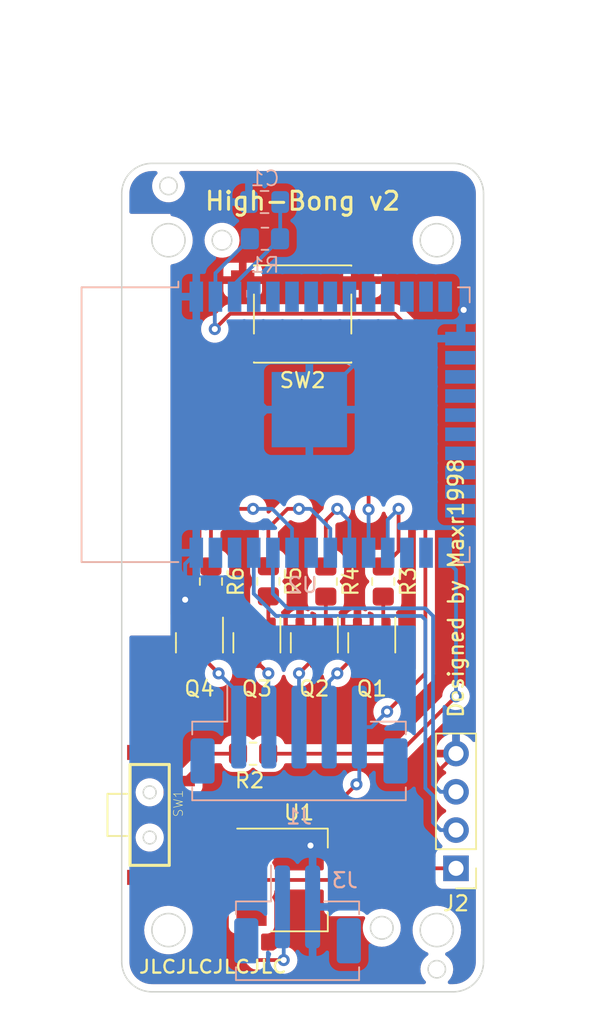
<source format=kicad_pcb>
(kicad_pcb (version 20211014) (generator pcbnew)
  (layers (0 "F.Cu" signal) (31 "B.Cu" signal) (34 "B.Paste" user) (35 "F.Paste" user) (36 "B.SilkS" user "B.Silkscreen") (37 "F.SilkS" user "F.Silkscreen") (38 "B.Mask" user) (39 "F.Mask" user) (44 "Edge.Cuts" user))
  (net 0 "")
  (net 1 "Net-(C1-Pad1)")
  (net 2 "GND")
  (net 3 "Net-(J2-Pad3)")
  (net 4 "Net-(R2-Pad1)")
  (net 5 "Net-(R2-Pad2)")
  (net 6 "Net-(R3-Pad1)")
  (net 7 "VCC")
  (net 8 "Net-(J1-Pad1)")
  (net 9 "Net-(R4-Pad1)")
  (net 10 "+5V")
  (net 31 "Net-(J1-Pad2)")
  (net 33 "Net-(J1-Pad3)")
  (net 38 "Net-(J1-Pad4)")
  (net 39 "Net-(J2-Pad2)")
  (net 40 "Net-(Q1-Pad1)")
  (net 41 "Net-(Q2-Pad1)")
  (net 42 "Net-(Q3-Pad1)")
  (net 43 "Net-(Q4-Pad1)")
  (net 44 "Net-(SW2-Pad1)")
  (net 45 "Net-(R5-Pad1)")
  (net 46 "Net-(R6-Pad1)")
  (footprint "Resistor_SMD:R_0805_2012Metric_Pad1.20x1.40mm_HandSolder" (layer "F.Cu") (at 108.712 139.192)
    (fp_text reference "R2" (at -0.227064 1.778) (layer "F.SilkS"))
    (fp_text value "10K")
    (fp_line (start -0.227064 -0.735) (end 0.227064 -0.735) (layer "F.SilkS") (width 0.12))
    (fp_line (start -0.227064 0.735) (end 0.227064 0.735) (layer "F.SilkS") (width 0.12))
    (pad "1" smd roundrect (at -1 0) (size 1.2 1.4) (layers "F.Cu" "F.Paste" "F.Mask") (roundrect_rratio 0.2083333333) (net 4 "Net-(R2-Pad1)"))
    (pad "2" smd roundrect (at 1 0) (size 1.2 1.4) (layers "F.Cu" "F.Paste" "F.Mask") (roundrect_rratio 0.2083333333) (net 5 "Net-(R2-Pad2)"))
  )
  (footprint "Connector_PinHeader_2.54mm:PinHeader_1x04_P2.54mm_Vertical" (layer "F.Cu") (at 122.174 146.802 180)
    (fp_text reference "J2" (at 0 -2.33) (layer "F.SilkS"))
    (fp_text value "Programming header")
    (fp_line (start -1.33 -1.33) (end 0 -1.33) (layer "F.SilkS") (width 0.12))
    (fp_line (start -1.33 8.95) (end 1.33 8.95) (layer "F.SilkS") (width 0.12))
    (fp_line (start -1.33 0) (end -1.33 -1.33) (layer "F.SilkS") (width 0.12))
    (fp_line (start -1.33 1.27) (end 1.33 1.27) (layer "F.SilkS") (width 0.12))
    (fp_line (start -1.33 1.27) (end -1.33 8.95) (layer "F.SilkS") (width 0.12))
    (fp_line (start 1.33 1.27) (end 1.33 8.95) (layer "F.SilkS") (width 0.12))
    (pad "1" thru_hole rect (at 0 0 180) (size 1.7 1.7) (drill 1) (layers *.Cu *.Mask) (net 7 "VCC"))
    (pad "2" thru_hole oval (at 0 2.54 180) (size 1.7 1.7) (drill 1) (layers *.Cu *.Mask) (net 39 "Net-(J2-Pad2)"))
    (pad "3" thru_hole oval (at 0 5.08 180) (size 1.7 1.7) (drill 1) (layers *.Cu *.Mask) (net 3 "Net-(J2-Pad3)"))
    (pad "4" thru_hole oval (at 0 7.62 180) (size 1.7 1.7) (drill 1) (layers *.Cu *.Mask) (net 2 "GND"))
  )
  (footprint "Package_TO_SOT_SMD:SOT-23" (layer "F.Cu") (at 108.966 131.826 -90)
    (fp_text reference "Q3" (at 3.048 0 180) (layer "F.SilkS"))
    (fp_text value "BC817")
    (fp_line (start 0 -1.56) (end 0.65 -1.56) (layer "F.SilkS") (width 0.12))
    (fp_line (start 0 1.56) (end 0.65 1.56) (layer "F.SilkS") (width 0.12))
    (fp_line (start 0 1.56) (end -0.65 1.56) (layer "F.SilkS") (width 0.12))
    (fp_line (start 0 -1.56) (end -1.675 -1.56) (layer "F.SilkS") (width 0.12))
    (pad "1" smd roundrect (at -0.9375 -0.95 270) (size 1.475 0.6) (layers "F.Cu" "F.Paste" "F.Mask") (net 42 "Net-(Q3-Pad1)"))
    (pad "2" smd roundrect (at -0.9375 0.95 270) (size 1.475 0.6) (layers "F.Cu" "F.Paste" "F.Mask") (net 2 "GND"))
    (pad "3" smd roundrect (at 0.9375 0 270) (size 1.475 0.6) (layers "F.Cu" "F.Paste" "F.Mask") (net 31 "Net-(J1-Pad2)"))
  )
  (footprint "Resistor_SMD:R_0805_2012Metric_Pad1.20x1.40mm_HandSolder" (layer "F.Cu") (at 113.538 127.762 -90)
    (fp_text reference "R4" (at 0 -1.65 90) (layer "F.SilkS"))
    (fp_text value "1k")
    (fp_line (start -0.227064 -0.735) (end 0.227064 -0.735) (layer "F.SilkS") (width 0.12))
    (fp_line (start -0.227064 0.735) (end 0.227064 0.735) (layer "F.SilkS") (width 0.12))
    (pad "1" smd roundrect (at -1 0 270) (size 1.2 1.4) (layers "F.Cu" "F.Paste" "F.Mask") (roundrect_rratio 0.2083333333) (net 9 "Net-(R4-Pad1)"))
    (pad "2" smd roundrect (at 1 0 270) (size 1.2 1.4) (layers "F.Cu" "F.Paste" "F.Mask") (roundrect_rratio 0.2083333333) (net 41 "Net-(Q2-Pad1)"))
  )
  (footprint "Button_Switch_SMD:SW_Push_1P1T_NO_6x6mm_H9.5mm" (layer "F.Cu") (at 112 110 180)
    (fp_text reference "SW2" (at 0 -4.4) (layer "F.SilkS"))
    (fp_text value "Mode Button")
    (fp_line (start -3.23 3.23) (end -3.23 3.2) (layer "F.SilkS") (width 0.12))
    (fp_line (start 3.23 -3.23) (end 3.23 -3.2) (layer "F.SilkS") (width 0.12))
    (fp_line (start 3.23 3.23) (end 3.23 3.2) (layer "F.SilkS") (width 0.12))
    (fp_line (start -3.23 -3.23) (end 3.23 -3.23) (layer "F.SilkS") (width 0.12))
    (fp_line (start -3.23 -3.2) (end -3.23 -3.23) (layer "F.SilkS") (width 0.12))
    (fp_line (start 3.23 -1.3) (end 3.23 1.3) (layer "F.SilkS") (width 0.12))
    (fp_line (start -3.23 -1.3) (end -3.23 1.3) (layer "F.SilkS") (width 0.12))
    (fp_line (start -3.23 3.23) (end 3.23 3.23) (layer "F.SilkS") (width 0.12))
    (pad "1" smd rect locked (at 3.975 -2.25 180) (size 1.55 1.3) (layers "F.Cu" "F.Paste" "F.Mask") (net 44 "Net-(SW2-Pad1)"))
    (pad "1" smd rect locked (at -3.975 -2.25 180) (size 1.55 1.3) (layers "F.Cu" "F.Paste" "F.Mask") (net 44 "Net-(SW2-Pad1)"))
    (pad "2" smd rect locked (at -3.975 2.25 180) (size 1.55 1.3) (layers "F.Cu" "F.Paste" "F.Mask") (net 2 "GND"))
    (pad "2" smd rect locked (at 3.975 2.25 180) (size 1.55 1.3) (layers "F.Cu" "F.Paste" "F.Mask") (net 2 "GND"))
  )
  (footprint "Resistor_SMD:R_0805_2012Metric_Pad1.20x1.40mm_HandSolder" (layer "F.Cu") (at 109.728 127.746 -90)
    (fp_text reference "R5" (at 0 -1.65 90) (layer "F.SilkS"))
    (fp_text value "1k")
    (fp_line (start -0.227064 -0.735) (end 0.227064 -0.735) (layer "F.SilkS") (width 0.12))
    (fp_line (start -0.227064 0.735) (end 0.227064 0.735) (layer "F.SilkS") (width 0.12))
    (pad "1" smd roundrect (at -1 0 270) (size 1.2 1.4) (layers "F.Cu" "F.Paste" "F.Mask") (roundrect_rratio 0.2083333333) (net 45 "Net-(R5-Pad1)"))
    (pad "2" smd roundrect (at 1 0 270) (size 1.2 1.4) (layers "F.Cu" "F.Paste" "F.Mask") (roundrect_rratio 0.2083333333) (net 42 "Net-(Q3-Pad1)"))
  )
  (footprint "Custom:KPS-1290" (layer "F.Cu") (at 101.854 143.256 -90)
    (fp_text reference "SW1" (at -0.762 -1.9 -270) (layer "F.SilkS") (effects (font (size 0.6 0.6) (thickness 0.04))))
    (fp_text value "Bootloader")
    (fp_line (start -3.34772 -1.29794) (end 3.34772 -1.29794) (layer "F.SilkS") (width 0.2032))
    (fp_line (start -3.34772 1.29794) (end -3.34772 -1.29794) (layer "F.SilkS") (width 0.2032))
    (fp_line (start 3.34772 -1.29794) (end 3.34772 1.29794) (layer "F.SilkS") (width 0.2032))
    (fp_line (start -1.39954 2.79908) (end -1.39954 1.4986) (layer "F.SilkS") (width 0.127))
    (fp_line (start 3.34772 1.29794) (end -3.34772 1.29794) (layer "F.SilkS") (width 0.2032))
    (fp_line (start 1.39954 1.4986) (end 1.39954 2.79908) (layer "F.SilkS") (width 0.127))
    (fp_line (start 1.39954 2.79908) (end -1.39954 2.79908) (layer "F.SilkS") (width 0.127))
    (fp_circle (center -1.5 0) (end -1.075 0) (layer "Edge.Cuts") (width 0.1) (fill none))
    (fp_circle (center 1.5 0) (end 1.925 0) (layer "Edge.Cuts") (width 0.1) (fill none))
    (pad "1" smd rect (at -2.2479 -2.2479 270) (size 0.6985 1.4986) (layers "F.Cu" "F.Paste" "F.Mask") (net 4 "Net-(R2-Pad1)"))
    (pad "2" smd rect (at 0.7493 -2.2479 270) (size 0.6985 1.4986) (layers "F.Cu" "F.Paste" "F.Mask") (net 2 "GND"))
    (pad "3" smd rect (at 2.2479 -2.2479 270) (size 0.6985 1.4986) (layers "F.Cu" "F.Paste" "F.Mask"))
    (pad "MP" smd rect (at -4.14782 1.09982 270) (size 0.99822 0.79756) (layers "F.Cu" "F.Paste" "F.Mask"))
    (pad "MP" smd rect (at 4.14782 1.09982 270) (size 0.99822 0.79756) (layers "F.Cu" "F.Paste" "F.Mask"))
    (pad "MP" smd rect (at -4.14782 -1.09982 270) (size 0.99822 0.79756) (layers "F.Cu" "F.Paste" "F.Mask"))
    (pad "MP" smd rect (at 4.14782 -1.09982 270) (size 0.99822 0.79756) (layers "F.Cu" "F.Paste" "F.Mask"))
  )
  (footprint "Resistor_SMD:R_0805_2012Metric_Pad1.20x1.40mm_HandSolder" (layer "F.Cu") (at 105.918 127.762 -90)
    (fp_text reference "R6" (at 0 -1.65 90) (layer "F.SilkS"))
    (fp_text value "1k")
    (fp_line (start -0.227064 -0.735) (end 0.227064 -0.735) (layer "F.SilkS") (width 0.12))
    (fp_line (start -0.227064 0.735) (end 0.227064 0.735) (layer "F.SilkS") (width 0.12))
    (pad "1" smd roundrect (at -1 0 270) (size 1.2 1.4) (layers "F.Cu" "F.Paste" "F.Mask") (roundrect_rratio 0.2083333333) (net 46 "Net-(R6-Pad1)"))
    (pad "2" smd roundrect (at 1 0 270) (size 1.2 1.4) (layers "F.Cu" "F.Paste" "F.Mask") (roundrect_rratio 0.2083333333) (net 43 "Net-(Q4-Pad1)"))
  )
  (footprint "Package_TO_SOT_SMD:SOT-223-3_TabPin2" (layer "F.Cu") (at 111.76 147.574)
    (fp_text reference "U1" (at 0 -4.474 180) (layer "F.SilkS"))
    (fp_text value "AMS1117-3.3")
    (fp_line (start -1.85 3.41) (end 1.91 3.41) (layer "F.SilkS") (width 0.12))
    (fp_line (start -4.1 -3.41) (end 1.91 -3.41) (layer "F.SilkS") (width 0.12))
    (fp_line (start 1.91 -3.41) (end 1.91 -2.15) (layer "F.SilkS") (width 0.12))
    (fp_line (start 1.91 3.41) (end 1.91 2.15) (layer "F.SilkS") (width 0.12))
    (pad "1" smd rect (at -3.15 -2.3) (size 2 1.5) (layers "F.Cu" "F.Paste" "F.Mask") (net 2 "GND"))
    (pad "2" smd rect (at -3.15 0) (size 2 1.5) (layers "F.Cu" "F.Paste" "F.Mask") (net 7 "VCC"))
    (pad "2" smd rect (at 3.15 0) (size 2 3.8) (layers "F.Cu" "F.Paste" "F.Mask") (net 7 "VCC"))
    (pad "3" smd rect (at -3.15 2.3) (size 2 1.5) (layers "F.Cu" "F.Paste" "F.Mask") (net 10 "+5V"))
  )
  (footprint "Package_TO_SOT_SMD:SOT-23" (layer "F.Cu") (at 105.156 131.826 -90)
    (fp_text reference "Q4" (at 3.048 0 180) (layer "F.SilkS"))
    (fp_text value "BC817")
    (fp_line (start 0 1.56) (end 0.65 1.56) (layer "F.SilkS") (width 0.12))
    (fp_line (start 0 -1.56) (end 0.65 -1.56) (layer "F.SilkS") (width 0.12))
    (fp_line (start 0 1.56) (end -0.65 1.56) (layer "F.SilkS") (width 0.12))
    (fp_line (start 0 -1.56) (end -1.675 -1.56) (layer "F.SilkS") (width 0.12))
    (pad "1" smd roundrect (at -0.9375 -0.95 270) (size 1.475 0.6) (layers "F.Cu" "F.Paste" "F.Mask") (net 43 "Net-(Q4-Pad1)"))
    (pad "2" smd roundrect (at -0.9375 0.95 270) (size 1.475 0.6) (layers "F.Cu" "F.Paste" "F.Mask") (net 2 "GND"))
    (pad "3" smd roundrect (at 0.9375 0 270) (size 1.475 0.6) (layers "F.Cu" "F.Paste" "F.Mask") (net 8 "Net-(J1-Pad1)"))
  )
  (footprint "Package_TO_SOT_SMD:SOT-23" (layer "F.Cu") (at 112.776 131.826 -90)
    (fp_text reference "Q2" (at 3.048 0 180) (layer "F.SilkS"))
    (fp_text value "BC817")
    (fp_line (start 0 -1.56) (end -1.675 -1.56) (layer "F.SilkS") (width 0.12))
    (fp_line (start 0 1.56) (end -0.65 1.56) (layer "F.SilkS") (width 0.12))
    (fp_line (start 0 -1.56) (end 0.65 -1.56) (layer "F.SilkS") (width 0.12))
    (fp_line (start 0 1.56) (end 0.65 1.56) (layer "F.SilkS") (width 0.12))
    (pad "1" smd roundrect (at -0.9375 -0.95 270) (size 1.475 0.6) (layers "F.Cu" "F.Paste" "F.Mask") (net 41 "Net-(Q2-Pad1)"))
    (pad "2" smd roundrect (at -0.9375 0.95 270) (size 1.475 0.6) (layers "F.Cu" "F.Paste" "F.Mask") (net 2 "GND"))
    (pad "3" smd roundrect (at 0.9375 0 270) (size 1.475 0.6) (layers "F.Cu" "F.Paste" "F.Mask") (net 33 "Net-(J1-Pad3)"))
  )
  (footprint "Package_TO_SOT_SMD:SOT-23" (layer "F.Cu") (at 116.586 131.826 -90)
    (fp_text reference "Q1" (at 3.048 0 180) (layer "F.SilkS"))
    (fp_text value "BC817")
    (fp_line (start 0 -1.56) (end -1.675 -1.56) (layer "F.SilkS") (width 0.12))
    (fp_line (start 0 -1.56) (end 0.65 -1.56) (layer "F.SilkS") (width 0.12))
    (fp_line (start 0 1.56) (end 0.65 1.56) (layer "F.SilkS") (width 0.12))
    (fp_line (start 0 1.56) (end -0.65 1.56) (layer "F.SilkS") (width 0.12))
    (pad "1" smd roundrect (at -0.9375 -0.95 270) (size 1.475 0.6) (layers "F.Cu" "F.Paste" "F.Mask") (net 40 "Net-(Q1-Pad1)"))
    (pad "2" smd roundrect (at -0.9375 0.95 270) (size 1.475 0.6) (layers "F.Cu" "F.Paste" "F.Mask") (net 2 "GND"))
    (pad "3" smd roundrect (at 0.9375 0 270) (size 1.475 0.6) (layers "F.Cu" "F.Paste" "F.Mask") (net 38 "Net-(J1-Pad4)"))
  )
  (footprint "Resistor_SMD:R_0805_2012Metric_Pad1.20x1.40mm_HandSolder" (layer "F.Cu") (at 117.348 127.762 -90)
    (fp_text reference "R3" (at 0 -1.65 90) (layer "F.SilkS"))
    (fp_text value "1k")
    (fp_line (start -0.227064 -0.735) (end 0.227064 -0.735) (layer "F.SilkS") (width 0.12))
    (fp_line (start -0.227064 0.735) (end 0.227064 0.735) (layer "F.SilkS") (width 0.12))
    (pad "1" smd roundrect (at -1 0 270) (size 1.2 1.4) (layers "F.Cu" "F.Paste" "F.Mask") (roundrect_rratio 0.2083333333) (net 6 "Net-(R3-Pad1)"))
    (pad "2" smd roundrect (at 1 0 270) (size 1.2 1.4) (layers "F.Cu" "F.Paste" "F.Mask") (roundrect_rratio 0.2083333333) (net 40 "Net-(Q1-Pad1)"))
  )
  (footprint "Connector_JST:JST_PH_B5B-PH-SM4-TB_1x05-1MP_P2.00mm_Vertical" (layer "B.Cu") (at 111.76 137.922)
    (fp_text reference "J1" (at 0 5.45 180) (layer "B.SilkS") (effects (justify mirror)))
    (fp_text value "LEDs")
    (fp_line (start -7.085 3.51) (end -7.085 4.36) (layer "B.SilkS") (width 0.12))
    (fp_line (start -4.76 -0.86) (end -4.76 -3.25) (layer "B.SilkS") (width 0.12))
    (fp_line (start 7.085 -0.86) (end 4.76 -0.86) (layer "B.SilkS") (width 0.12))
    (fp_line (start -7.085 4.36) (end 7.085 4.36) (layer "B.SilkS") (width 0.12))
    (fp_line (start 7.085 -0.01) (end 7.085 -0.86) (layer "B.SilkS") (width 0.12))
    (fp_line (start 7.085 4.36) (end 7.085 3.51) (layer "B.SilkS") (width 0.12))
    (fp_line (start -7.085 -0.86) (end -4.76 -0.86) (layer "B.SilkS") (width 0.12))
    (fp_line (start -7.085 -0.01) (end -7.085 -0.86) (layer "B.SilkS") (width 0.12))
    (pad "1" smd roundrect (at -4 -0.5) (size 1 5.5) (layers "B.Cu" "B.Paste" "B.Mask") (net 8 "Net-(J1-Pad1)"))
    (pad "2" smd roundrect (at -2 -0.5) (size 1 5.5) (layers "B.Cu" "B.Paste" "B.Mask") (net 31 "Net-(J1-Pad2)"))
    (pad "3" smd roundrect (at 0 -0.5) (size 1 5.5) (layers "B.Cu" "B.Paste" "B.Mask") (net 33 "Net-(J1-Pad3)"))
    (pad "4" smd roundrect (at 2 -0.5) (size 1 5.5) (layers "B.Cu" "B.Paste" "B.Mask") (net 38 "Net-(J1-Pad4)"))
    (pad "5" smd roundrect (at 4 -0.5) (size 1 5.5) (layers "B.Cu" "B.Paste" "B.Mask") (net 7 "VCC"))
    (pad "MP" smd roundrect (at 6.4 1.75) (size 1.6 3) (layers "B.Cu" "B.Paste" "B.Mask") (roundrect_rratio 0.15625))
    (pad "MP" smd roundrect (at -6.4 1.75) (size 1.6 3) (layers "B.Cu" "B.Paste" "B.Mask") (roundrect_rratio 0.15625))
  )
  (footprint "Capacitor_SMD:C_0805_2012Metric_Pad1.18x1.45mm_HandSolder" (layer "B.Cu") (at 109.474 102.5652 180)
    (fp_text reference "C1" (at -0.026 1.5652 180) (layer "B.SilkS") (effects (font (thickness 0.12)) (justify mirror)))
    (fp_text value "10uF")
    (fp_line (start -0.261252 -0.735) (end 0.261252 -0.735) (layer "B.SilkS") (width 0.12))
    (fp_line (start -0.261252 0.735) (end 0.261252 0.735) (layer "B.SilkS") (width 0.12))
    (pad "1" smd roundrect (at -1.0375 0 180) (size 1.175 1.45) (layers "B.Cu" "B.Paste" "B.Mask") (roundrect_rratio 0.2127659574) (net 1 "Net-(C1-Pad1)"))
    (pad "2" smd roundrect (at 1.0375 0 180) (size 1.175 1.45) (layers "B.Cu" "B.Paste" "B.Mask") (roundrect_rratio 0.2127659574) (net 2 "GND"))
  )
  (footprint "Resistor_SMD:R_0805_2012Metric_Pad1.20x1.40mm_HandSolder" (layer "B.Cu") (at 109.4994 105.0036)
    (fp_text reference "R1" (at 0.0006 1.7464) (layer "B.SilkS") (effects (font (thickness 0.12)) (justify mirror)))
    (fp_text value "10K")
    (fp_line (start -0.227064 -0.735) (end 0.227064 -0.735) (layer "B.SilkS") (width 0.12))
    (fp_line (start -0.227064 0.735) (end 0.227064 0.735) (layer "B.SilkS") (width 0.12))
    (pad "1" smd roundrect (at -1 0) (size 1.2 1.4) (layers "B.Cu" "B.Paste" "B.Mask") (roundrect_rratio 0.2083333333) (net 7 "VCC"))
    (pad "2" smd roundrect (at 1 0) (size 1.2 1.4) (layers "B.Cu" "B.Paste" "B.Mask") (roundrect_rratio 0.2083333333) (net 1 "Net-(C1-Pad1)"))
  )
  (footprint "Connector_JST:JST_PH_B2B-PH-SM4-TB_1x02-1MP_P2.00mm_Vertical" (layer "B.Cu") (at 111.662 149.86)
    (fp_text reference "J3" (at 3.138 -2.26) (layer "B.SilkS") (effects (justify mirror)))
    (fp_text value "Power")
    (fp_line (start 4.085 -0.01) (end 4.085 -0.86) (layer "B.SilkS") (width 0.12))
    (fp_line (start -4.085 -0.01) (end -4.085 -0.86) (layer "B.SilkS") (width 0.12))
    (fp_line (start -4.085 3.51) (end -4.085 4.36) (layer "B.SilkS") (width 0.12))
    (fp_line (start 4.085 -0.86) (end 1.76 -0.86) (layer "B.SilkS") (width 0.12))
    (fp_line (start -4.085 -0.86) (end -1.76 -0.86) (layer "B.SilkS") (width 0.12))
    (fp_line (start -1.76 -0.86) (end -1.76 -3.25) (layer "B.SilkS") (width 0.12))
    (fp_line (start 4.085 4.36) (end 4.085 3.51) (layer "B.SilkS") (width 0.12))
    (fp_line (start -4.085 4.36) (end 4.085 4.36) (layer "B.SilkS") (width 0.12))
    (pad "1" smd roundrect (at -1 -0.5) (size 1 5.5) (layers "B.Cu" "B.Paste" "B.Mask") (net 10 "+5V"))
    (pad "2" smd roundrect (at 1 -0.5) (size 1 5.5) (layers "B.Cu" "B.Paste" "B.Mask") (net 2 "GND"))
    (pad "MP" smd roundrect (at 3.4 1.75) (size 1.6 3) (layers "B.Cu" "B.Paste" "B.Mask") (roundrect_rratio 0.15625))
    (pad "MP" smd roundrect (at -3.4 1.75) (size 1.6 3) (layers "B.Cu" "B.Paste" "B.Mask") (roundrect_rratio 0.15625))
  )
  (footprint "RF_Module:ESP32-WROOM-32" (layer "B.Cu") (at 113.2 117.348 -90)
    (fp_text reference "U2" (at 10.652 1.2) (layer "B.SilkS") (effects (justify mirror)))
    (fp_text value "ESP32")
    (fp_line (start -9.12 9.445) (end -9.5 9.445) (layer "B.SilkS") (width 0.12))
    (fp_line (start -9.12 15.865) (end 9.12 15.865) (layer "B.SilkS") (width 0.12))
    (fp_line (start 9.12 15.865) (end 9.12 9.445) (layer "B.SilkS") (width 0.12))
    (fp_line (start 9.12 -9.1) (end 9.12 -9.88) (layer "B.SilkS") (width 0.12))
    (fp_line (start -9.12 15.865) (end -9.12 9.445) (layer "B.SilkS") (width 0.12))
    (fp_line (start 9.12 -9.88) (end 8.12 -9.88) (layer "B.SilkS") (width 0.12))
    (fp_line (start -9.12 -9.1) (end -9.12 -9.88) (layer "B.SilkS") (width 0.12))
    (fp_line (start -9.12 -9.88) (end -8.12 -9.88) (layer "B.SilkS") (width 0.12))
    (pad "1" smd rect (at -8.5 8.255 270) (size 2 0.9) (layers "B.Cu" "B.Paste" "B.Mask") (net 2 "GND"))
    (pad "2" smd rect (at -8.5 6.985 270) (size 2 0.9) (layers "B.Cu" "B.Paste" "B.Mask") (net 7 "VCC"))
    (pad "3" smd rect (at -8.5 5.715 270) (size 2 0.9) (layers "B.Cu" "B.Paste" "B.Mask") (net 1 "Net-(C1-Pad1)"))
    (pad "4" smd rect (at -8.5 4.445 270) (size 2 0.9) (layers "B.Cu" "B.Paste" "B.Mask"))
    (pad "5" smd rect (at -8.5 3.175 270) (size 2 0.9) (layers "B.Cu" "B.Paste" "B.Mask"))
    (pad "6" smd rect (at -8.5 1.905 270) (size 2 0.9) (layers "B.Cu" "B.Paste" "B.Mask"))
    (pad "7" smd rect (at -8.5 0.635 270) (size 2 0.9) (layers "B.Cu" "B.Paste" "B.Mask"))
    (pad "8" smd rect (at -8.5 -0.635 270) (size 2 0.9) (layers "B.Cu" "B.Paste" "B.Mask"))
    (pad "9" smd rect (at -8.5 -1.905 270) (size 2 0.9) (layers "B.Cu" "B.Paste" "B.Mask"))
    (pad "10" smd rect (at -8.5 -3.175 270) (size 2 0.9) (layers "B.Cu" "B.Paste" "B.Mask"))
    (pad "11" smd rect (at -8.5 -4.445 270) (size 2 0.9) (layers "B.Cu" "B.Paste" "B.Mask"))
    (pad "12" smd rect (at -8.5 -5.715 270) (size 2 0.9) (layers "B.Cu" "B.Paste" "B.Mask"))
    (pad "13" smd rect (at -8.5 -6.985 270) (size 2 0.9) (layers "B.Cu" "B.Paste" "B.Mask"))
    (pad "14" smd rect (at -8.5 -8.255 270) (size 2 0.9) (layers "B.Cu" "B.Paste" "B.Mask"))
    (pad "15" smd rect (at -5.715 -9.255 180) (size 2 0.9) (layers "B.Cu" "B.Paste" "B.Mask") (net 2 "GND"))
    (pad "16" smd rect (at -4.445 -9.255 180) (size 2 0.9) (layers "B.Cu" "B.Paste" "B.Mask"))
    (pad "17" smd rect (at -3.175 -9.255 180) (size 2 0.9) (layers "B.Cu" "B.Paste" "B.Mask"))
    (pad "18" smd rect (at -1.905 -9.255 180) (size 2 0.9) (layers "B.Cu" "B.Paste" "B.Mask"))
    (pad "19" smd rect (at -0.635 -9.255 180) (size 2 0.9) (layers "B.Cu" "B.Paste" "B.Mask"))
    (pad "20" smd rect (at 0.635 -9.255 180) (size 2 0.9) (layers "B.Cu" "B.Paste" "B.Mask"))
    (pad "21" smd rect (at 1.905 -9.255 180) (size 2 0.9) (layers "B.Cu" "B.Paste" "B.Mask"))
    (pad "22" smd rect (at 3.175 -9.255 180) (size 2 0.9) (layers "B.Cu" "B.Paste" "B.Mask"))
    (pad "23" smd rect (at 4.445 -9.255 180) (size 2 0.9) (layers "B.Cu" "B.Paste" "B.Mask"))
    (pad "24" smd rect (at 5.715 -9.255 180) (size 2 0.9) (layers "B.Cu" "B.Paste" "B.Mask"))
    (pad "25" smd rect (at 8.5 -8.255 270) (size 2 0.9) (layers "B.Cu" "B.Paste" "B.Mask") (net 5 "Net-(R2-Pad2)"))
    (pad "26" smd rect (at 8.5 -6.985 270) (size 2 0.9) (layers "B.Cu" "B.Paste" "B.Mask"))
    (pad "27" smd rect (at 8.5 -5.715 270) (size 2 0.9) (layers "B.Cu" "B.Paste" "B.Mask"))
    (pad "28" smd rect (at 8.5 -4.445 270) (size 2 0.9) (layers "B.Cu" "B.Paste" "B.Mask") (net 6 "Net-(R3-Pad1)"))
    (pad "29" smd rect (at 8.5 -3.175 270) (size 2 0.9) (layers "B.Cu" "B.Paste" "B.Mask") (net 44 "Net-(SW2-Pad1)"))
    (pad "30" smd rect (at 8.5 -1.905 270) (size 2 0.9) (layers "B.Cu" "B.Paste" "B.Mask") (net 9 "Net-(R4-Pad1)"))
    (pad "31" smd rect (at 8.5 -0.635 270) (size 2 0.9) (layers "B.Cu" "B.Paste" "B.Mask") (net 45 "Net-(R5-Pad1)"))
    (pad "32" smd rect (at 8.5 0.635 270) (size 2 0.9) (layers "B.Cu" "B.Paste" "B.Mask"))
    (pad "33" smd rect (at 8.5 1.905 270) (size 2 0.9) (layers "B.Cu" "B.Paste" "B.Mask") (net 46 "Net-(R6-Pad1)"))
    (pad "34" smd rect (at 8.5 3.175 270) (size 2 0.9) (layers "B.Cu" "B.Paste" "B.Mask") (net 3 "Net-(J2-Pad3)"))
    (pad "35" smd rect (at 8.5 4.445 270) (size 2 0.9) (layers "B.Cu" "B.Paste" "B.Mask") (net 39 "Net-(J2-Pad2)"))
    (pad "36" smd rect (at 8.5 5.715 270) (size 2 0.9) (layers "B.Cu" "B.Paste" "B.Mask"))
    (pad "37" smd rect (at 8.5 6.985 270) (size 2 0.9) (layers "B.Cu" "B.Paste" "B.Mask"))
    (pad "38" smd rect (at 8.5 8.255 270) (size 2 0.9) (layers "B.Cu" "B.Paste" "B.Mask") (net 2 "GND"))
    (pad "39" smd rect (at -1 0.755 270) (size 5 5) (layers "B.Cu" "B.Paste" "B.Mask") (net 2 "GND"))
    (zone (net 0) (net_name "") (layers *.Cu) (connect_pads (clearance 0)) (min_thickness 0.254)
      (keepout (tracks not_allowed) (vias not_allowed) (pads not_allowed) (copperpour not_allowed) (footprints not_allowed))
      (fill (thermal_gap 0.508) (thermal_bridge_width 0.508))
      (polygon (pts (xy 103.23 103.348) (xy 103.23 131.348) (xy 92.45 131.348) (xy 92.45 103.348)))
    )
  )
  (gr_line (start 102 155) (end 122 155) (layer "Edge.Cuts") (width 0.1))
  (gr_circle (center 106.65 105.1) (end 107.3 105.1) (layer "Edge.Cuts") (width 0.1) (fill none))
  (gr_circle (center 103.1 101.5) (end 103.676 101.5) (layer "Edge.Cuts") (width 0.1) (fill none))
  (gr_circle (center 120.9 105.1) (end 122 105.1) (layer "Edge.Cuts") (width 0.1) (fill none))
  (gr_line (start 124 102) (end 124 153) (layer "Edge.Cuts") (width 0.1))
  (gr_circle (center 103.1 150.9) (end 104.2 150.9) (layer "Edge.Cuts") (width 0.1) (fill none))
  (gr_arc (start 124 153) (mid 123.414214 154.414214) (end 122 155) (layer "Edge.Cuts") (width 0.1))
  (gr_arc (start 100 102) (mid 100.585786 100.585786) (end 102 100) (layer "Edge.Cuts") (width 0.1))
  (gr_arc (start 102 155) (mid 100.585786 154.414214) (end 100 153) (layer "Edge.Cuts") (width 0.1))
  (gr_circle (center 117.25 150.75) (end 118 150.75) (layer "Edge.Cuts") (width 0.1) (fill none))
  (gr_arc (start 122 100) (mid 123.414214 100.585786) (end 124 102) (layer "Edge.Cuts") (width 0.1))
  (gr_circle (center 120.9 153.5) (end 121.476 153.5) (layer "Edge.Cuts") (width 0.1) (fill none))
  (gr_circle (center 103.1 105.1) (end 104.2 105.1) (layer "Edge.Cuts") (width 0.1) (fill none))
  (gr_line (start 102 100) (end 122 100) (layer "Edge.Cuts") (width 0.1))
  (gr_circle (center 120.9 150.9) (end 122 150.9) (layer "Edge.Cuts") (width 0.1) (fill none))
  (gr_line (start 100 153) (end 100 102) (layer "Edge.Cuts") (width 0.1))
  (gr_text "High-Bong v2" (at 112 102.5) (layer "F.SilkS") (effects (font (size 1.2 1.2) (thickness 0.2))))
  (gr_text "JLCJLCJLCJLC" (at 106.045 153.3398) (layer "F.SilkS") (effects (font (size 0.85 0.95) (thickness 0.16))))
  (gr_text "Designed by Maxr1998" (at 122.175 128.2 90) (layer "F.SilkS") (effects (font (size 1 1) (thickness 0.16))))
  (segment (start 110.5115 102.5652) (end 110.5115 104.9915) (width 0.25) (layer "B.Cu") (net 1))
  (segment (start 110.4994 105.0036) (end 107.485 108.018) (width 0.25) (layer "B.Cu") (net 1))
  (segment (start 110.5115 104.9915) (end 110.4994 105.0036) (width 0.25) (layer "B.Cu") (net 1))
  (segment (start 107.485 108.018) (end 107.485 108.848) (width 0.25) (layer "B.Cu") (net 1))
  (segment (start 111.826 130.8885) (end 112.309572 130.8885) (width 0.25) (layer "F.Cu") (net 2))
  (segment (start 108.507428 130.8885) (end 108.016 130.8885) (width 0.25) (layer "F.Cu") (net 2))
  (segment (start 102.9 141.3) (end 102.9 143.8) (width 0.25) (layer "F.Cu") (net 2))
  (segment (start 122.174 139.182) (end 121.148 140.208) (width 0.25) (layer "F.Cu") (net 2))
  (segment (start 113.501072 132.08) (end 114.4445 132.08) (width 0.25) (layer "F.Cu") (net 2))
  (segment (start 115.975 107.75) (end 120.704 107.75) (width 0.25) (layer "F.Cu") (net 2))
  (segment (start 122.428 109.474) (end 122.682 109.728) (width 0.25) (layer "F.Cu") (net 2))
  (segment (start 110.76398 131.95052) (end 109.569448 131.95052) (width 0.25) (layer "F.Cu") (net 2))
  (segment (start 104.1019 144.0053) (end 107.3413 144.0053) (width 0.25) (layer "F.Cu") (net 2))
  (segment (start 102.9 143.8) (end 103.1053 144.0053) (width 0.25) (layer "F.Cu") (net 2))
  (segment (start 121.148 140.208) (end 114.046 140.208) (width 0.25) (layer "F.Cu") (net 2))
  (segment (start 108.025 107.75) (end 115.975 107.75) (width 0.25) (layer "F.Cu") (net 2))
  (segment (start 103.1053 144.0053) (end 104.1019 144.0053) (width 0.25) (layer "F.Cu") (net 2))
  (segment (start 101.8 140.2) (end 102.9 141.3) (width 0.25) (layer "F.Cu") (net 2))
  (segment (start 104.206 130.8885) (end 104.206 128.966) (width 0.25) (layer "F.Cu") (net 2))
  (segment (start 104.206 130.8885) (end 104.697428 130.8885) (width 0.25) (layer "F.Cu") (net 2))
  (segment (start 120.704 107.75) (end 122.428 109.474) (width 0.25) (layer "F.Cu") (net 2))
  (segment (start 114.4445 132.08) (end 115.636 130.8885) (width 0.25) (layer "F.Cu") (net 2))
  (segment (start 114.046 140.208) (end 112.522 141.732) (width 0.25) (layer "F.Cu") (net 2))
  (segment (start 106.95398 131.95052) (end 108.016 130.8885) (width 0.25) (layer "F.Cu") (net 2))
  (segment (start 111.826 130.8885) (end 110.76398 131.95052) (width 0.25) (layer "F.Cu") (net 2))
  (segment (start 101.8 133.2945) (end 101.8 140.2) (width 0.25) (layer "F.Cu") (net 2))
  (segment (start 107.3413 144.0053) (end 108.61 145.274) (width 0.25) (layer "F.Cu") (net 2))
  (segment (start 104.206 130.8885) (end 101.8 133.2945) (width 0.25) (layer "F.Cu") (net 2))
  (segment (start 104.697428 130.8885) (end 105.759448 131.95052) (width 0.25) (layer "F.Cu") (net 2))
  (segment (start 112.522 145.288) (end 112.508 145.274) (width 0.25) (layer "F.Cu") (net 2))
  (segment (start 109.569448 131.95052) (end 108.507428 130.8885) (width 0.25) (layer "F.Cu") (net 2))
  (segment (start 112.309572 130.8885) (end 113.501072 132.08) (width 0.25) (layer "F.Cu") (net 2))
  (segment (start 112.522 141.732) (end 112.522 145.288) (width 0.25) (layer "F.Cu") (net 2))
  (segment (start 112.508 145.274) (end 108.61 145.274) (width 0.25) (layer "F.Cu") (net 2))
  (segment (start 105.759448 131.95052) (end 106.95398 131.95052) (width 0.25) (layer "F.Cu") (net 2))
  (via (at 122.682 109.728) (size 0.8) (drill 0.4) (layers "F.Cu" "B.Cu") (net 2))
  (via (at 104.206 128.966) (size 0.8) (drill 0.4) (layers "F.Cu" "B.Cu") (net 2))
  (via (at 112.522 145.288) (size 0.8) (drill 0.4) (layers "F.Cu" "B.Cu") (net 2))
  (segment (start 104.945 125.848) (end 104.206 126.587) (width 0.25) (layer "B.Cu") (net 2))
  (segment (start 108.4365 102.5652) (end 105.9688 102.5652) (width 0.25) (layer "B.Cu") (net 2))
  (segment (start 105.9688 102.5652) (end 104.945 103.589) (width 0.25) (layer "B.Cu") (net 2))
  (segment (start 112.662 149.36) (end 112.662 145.428) (width 0.25) (layer "B.Cu") (net 2))
  (segment (start 104.945 121.115) (end 104.945 125.848) (width 0.25) (layer "B.Cu") (net 2))
  (segment (start 104.206 126.587) (end 104.206 128.966) (width 0.25) (layer "B.Cu") (net 2))
  (segment (start 122.682 111.406) (end 122.455 111.633) (width 0.25) (layer "B.Cu") (net 2))
  (segment (start 122.682 109.728) (end 122.682 111.406) (width 0.25) (layer "B.Cu") (net 2))
  (segment (start 104.945 103.589) (end 104.945 108.848) (width 0.25) (layer "B.Cu") (net 2))
  (segment (start 104.945 108.848) (end 104.945 111.598) (width 0.25) (layer "B.Cu") (net 2))
  (segment (start 109.695 116.348) (end 112.445 116.348) (width 0.25) (layer "B.Cu") (net 2))
  (segment (start 104.945 111.598) (end 109.695 116.348) (width 0.25) (layer "B.Cu") (net 2))
  (segment (start 112.662 145.428) (end 112.522 145.288) (width 0.25) (layer "B.Cu") (net 2))
  (segment (start 109.712 116.348) (end 104.945 121.115) (width 0.25) (layer "B.Cu") (net 2))
  (segment (start 112.445 116.348) (end 117.16 111.633) (width 0.25) (layer "B.Cu") (net 2))
  (segment (start 117.16 111.633) (end 122.455 111.633) (width 0.25) (layer "B.Cu") (net 2))
  (segment (start 112.445 116.348) (end 109.712 116.348) (width 0.25) (layer "B.Cu") (net 2))
  (segment (start 120.65 130.048) (end 120.142 129.54) (width 0.25) (layer "B.Cu") (net 3))
  (segment (start 121.148 141.722) (end 120.65 141.224) (width 0.25) (layer "B.Cu") (net 3))
  (segment (start 110.025 128.567) (end 110.025 125.848) (width 0.25) (layer "B.Cu") (net 3))
  (segment (start 120.65 141.224) (end 120.65 130.048) (width 0.25) (layer "B.Cu") (net 3))
  (segment (start 122.174 141.722) (end 121.148 141.722) (width 0.25) (layer "B.Cu") (net 3))
  (segment (start 120.142 129.54) (end 110.998 129.54) (width 0.25) (layer "B.Cu") (net 3))
  (segment (start 110.998 129.54) (end 110.025 128.567) (width 0.25) (layer "B.Cu") (net 3))
  (segment (start 105.918 139.192) (end 104.1019 141.0081) (width 0.25) (layer "F.Cu") (net 4))
  (segment (start 107.712 139.192) (end 105.918 139.192) (width 0.25) (layer "F.Cu") (net 4))
  (segment (start 109.712 139.192) (end 118.364 139.192) (width 0.25) (layer "F.Cu") (net 5))
  (segment (start 118.364 139.192) (end 122.174 135.382) (width 0.25) (layer "F.Cu") (net 5))
  (via (at 122.174 135.382) (size 0.8) (drill 0.4) (layers "F.Cu" "B.Cu") (net 5))
  (segment (start 122.174 127) (end 121.455 126.281) (width 0.25) (layer "B.Cu") (net 5))
  (segment (start 122.174 135.382) (end 122.174 127) (width 0.25) (layer "B.Cu") (net 5))
  (segment (start 121.455 126.281) (end 121.455 125.848) (width 0.25) (layer "B.Cu") (net 5))
  (segment (start 118.364 122.936) (end 118.364 125.746) (width 0.25) (layer "F.Cu") (net 6))
  (segment (start 118.364 125.746) (end 117.348 126.762) (width 0.25) (layer "F.Cu") (net 6))
  (via (at 118.364 122.936) (size 0.8) (drill 0.4) (layers "F.Cu" "B.Cu") (net 6))
  (segment (start 117.645 125.848) (end 117.645 123.741) (width 0.25) (layer "B.Cu") (net 6))
  (segment (start 117.645 123.655) (end 118.364 122.936) (width 0.25) (layer "B.Cu") (net 6))
  (segment (start 117.645 123.741) (end 117.645 123.655) (width 0.25) (layer "B.Cu") (net 6))
  (segment (start 114.91 147.574) (end 114.91 141.884) (width 0.25) (layer "F.Cu") (net 7))
  (segment (start 120.142 112.014) (end 120.142 133.858) (width 0.25) (layer "F.Cu") (net 7))
  (segment (start 120.142 133.858) (end 117.602 136.398) (width 0.25) (layer "F.Cu") (net 7))
  (segment (start 107.188 109.982) (end 118.11 109.982) (width 0.25) (layer "F.Cu") (net 7))
  (segment (start 118.11 109.982) (end 120.142 112.014) (width 0.25) (layer "F.Cu") (net 7))
  (segment (start 114.91 141.884) (end 115.57 141.224) (width 0.25) (layer "F.Cu") (net 7))
  (segment (start 108.61 147.574) (end 114.91 147.574) (width 0.25) (layer "F.Cu") (net 7))
  (segment (start 106.172 110.998) (end 107.188 109.982) (width 0.25) (layer "F.Cu") (net 7))
  (segment (start 115.682 146.802) (end 114.91 147.574) (width 0.25) (layer "F.Cu") (net 7))
  (segment (start 122.174 146.802) (end 115.682 146.802) (width 0.25) (layer "F.Cu") (net 7))
  (via (at 115.57 141.224) (size 0.8) (drill 0.4) (layers "F.Cu" "B.Cu") (net 7))
  (via (at 106.172 110.998) (size 0.8) (drill 0.4) (layers "F.Cu" "B.Cu") (net 7))
  (via (at 117.602 136.398) (size 0.8) (drill 0.4) (layers "F.Cu" "B.Cu") (net 7))
  (segment (start 115.76 137.422) (end 115.76 141.034) (width 0.25) (layer "B.Cu") (net 7))
  (segment (start 115.76 141.034) (end 115.57 141.224) (width 0.25) (layer "B.Cu") (net 7))
  (segment (start 106.172 108.891) (end 106.215 108.848) (width 0.25) (layer "B.Cu") (net 7))
  (segment (start 115.76 137.422) (end 116.578 137.422) (width 0.25) (layer "B.Cu") (net 7))
  (segment (start 106.172 110.998) (end 106.172 108.891) (width 0.25) (layer "B.Cu") (net 7))
  (segment (start 108.4994 105.0036) (end 106.215 107.288) (width 0.25) (layer "B.Cu") (net 7))
  (segment (start 116.578 137.422) (end 117.602 136.398) (width 0.25) (layer "B.Cu") (net 7))
  (segment (start 106.215 107.288) (end 106.215 108.848) (width 0.25) (layer "B.Cu") (net 7))
  (segment (start 105.3315 132.7635) (end 106.426 133.858) (width 0.25) (layer "F.Cu") (net 8))
  (segment (start 105.156 132.7635) (end 105.3315 132.7635) (width 0.25) (layer "F.Cu") (net 8))
  (via (at 106.426 133.858) (size 0.8) (drill 0.4) (layers "F.Cu" "B.Cu") (net 8))
  (segment (start 107.76 135.192) (end 107.76 137.422) (width 0.25) (layer "B.Cu") (net 8))
  (segment (start 106.426 133.858) (end 107.76 135.192) (width 0.25) (layer "B.Cu") (net 8))
  (segment (start 113.538 123.698) (end 114.3 122.936) (width 0.25) (layer "F.Cu") (net 9))
  (segment (start 113.538 126.762) (end 113.538 124.206) (width 0.25) (layer "F.Cu") (net 9))
  (segment (start 113.538 124.206) (end 113.538 123.698) (width 0.25) (layer "F.Cu") (net 9))
  (via (at 114.3 122.936) (size 0.8) (drill 0.4) (layers "F.Cu" "B.Cu") (net 9))
  (segment (start 115.105 123.741) (end 115.105 125.848) (width 0.25) (layer "B.Cu") (net 9))
  (segment (start 114.3 122.936) (end 115.105 123.741) (width 0.25) (layer "B.Cu") (net 9))
  (segment (start 110.744 152.892) (end 108.95 152.892) (width 0.25) (layer "F.Cu") (net 10))
  (segment (start 108.95 152.892) (end 108.61 152.552) (width 0.25) (layer "F.Cu") (net 10))
  (segment (start 108.61 152.552) (end 108.61 149.874) (width 0.25) (layer "F.Cu") (net 10))
  (via (at 110.744 152.892) (size 0.8) (drill 0.4) (layers "F.Cu" "B.Cu") (net 10))
  (segment (start 110.744 149.442) (end 110.662 149.36) (width 0.25) (layer "B.Cu") (net 10))
  (segment (start 110.744 152.892) (end 110.744 149.442) (width 0.25) (layer "B.Cu") (net 10))
  (segment (start 108.966 133.096) (end 109.728 133.858) (width 0.25) (layer "F.Cu") (net 31))
  (segment (start 108.966 132.7635) (end 108.966 133.096) (width 0.25) (layer "F.Cu") (net 31))
  (via (at 109.728 133.858) (size 0.8) (drill 0.4) (layers "F.Cu" "B.Cu") (net 31))
  (segment (start 109.728 137.39) (end 109.76 137.422) (width 0.25) (layer "B.Cu") (net 31))
  (segment (start 109.728 133.858) (end 109.728 137.39) (width 0.25) (layer "B.Cu") (net 31))
  (segment (start 112.776 132.7635) (end 112.776 132.842) (width 0.25) (layer "F.Cu") (net 33))
  (segment (start 112.776 132.842) (end 111.76 133.858) (width 0.25) (layer "F.Cu") (net 33))
  (via (at 111.76 133.858) (size 0.8) (drill 0.4) (layers "F.Cu" "B.Cu") (net 33))
  (segment (start 111.76 133.858) (end 111.76 137.422) (width 0.25) (layer "B.Cu") (net 33))
  (segment (start 116.586 132.7635) (end 115.3945 132.7635) (width 0.25) (layer "F.Cu") (net 38))
  (segment (start 115.3945 132.7635) (end 114.3 133.858) (width 0.25) (layer "F.Cu") (net 38))
  (via (at 114.3 133.858) (size 0.8) (drill 0.4) (layers "F.Cu" "B.Cu") (net 38))
  (segment (start 114.3 133.858) (end 113.76 134.398) (width 0.25) (layer "B.Cu") (net 38))
  (segment (start 113.76 134.398) (end 113.76 137.422) (width 0.25) (layer "B.Cu") (net 38))
  (segment (start 120.65 141.986) (end 120.65 143.764) (width 0.25) (layer "B.Cu") (net 39))
  (segment (start 108.755 125.848) (end 108.755 128.567) (width 0.25) (layer "B.Cu") (net 39))
  (segment (start 120.65 143.764) (end 121.148 144.262) (width 0.25) (layer "B.Cu") (net 39))
  (segment (start 119.888 130.048) (end 120.142 130.302) (width 0.25) (layer "B.Cu") (net 39))
  (segment (start 120.142 141.478) (end 120.65 141.986) (width 0.25) (layer "B.Cu") (net 39))
  (segment (start 120.142 130.302) (end 120.142 141.478) (width 0.25) (layer "B.Cu") (net 39))
  (segment (start 121.148 144.262) (end 122.174 144.262) (width 0.25) (layer "B.Cu") (net 39))
  (segment (start 108.755 128.567) (end 110.236 130.048) (width 0.25) (layer "B.Cu") (net 39))
  (segment (start 110.236 130.048) (end 119.888 130.048) (width 0.25) (layer "B.Cu") (net 39))
  (segment (start 117.348 128.762) (end 117.348 130.7005) (width 0.25) (layer "F.Cu") (net 40))
  (segment (start 117.348 130.7005) (end 117.536 130.8885) (width 0.25) (layer "F.Cu") (net 40))
  (segment (start 113.538 130.7005) (end 113.726 130.8885) (width 0.25) (layer "F.Cu") (net 41))
  (segment (start 113.538 128.762) (end 113.538 130.7005) (width 0.25) (layer "F.Cu") (net 41))
  (segment (start 109.728 128.746) (end 109.728 130.7005) (width 0.25) (layer "F.Cu") (net 42))
  (segment (start 109.728 130.7005) (end 109.916 130.8885) (width 0.25) (layer "F.Cu") (net 42))
  (segment (start 105.918 130.7005) (end 106.106 130.8885) (width 0.25) (layer "F.Cu") (net 43))
  (segment (start 105.918 128.762) (end 105.918 130.7005) (width 0.25) (layer "F.Cu") (net 43))
  (segment (start 108.025 112.25) (end 115.975 112.25) (width 0.25) (layer "F.Cu") (net 44))
  (segment (start 116.375 122.979) (end 116.375 112.65) (width 0.25) (layer "F.Cu") (net 44))
  (segment (start 116.375 112.65) (end 115.975 112.25) (width 0.25) (layer "F.Cu") (net 44))
  (via (at 116.375 122.979) (size 0.8) (drill 0.4) (layers "F.Cu" "B.Cu") (net 44))
  (segment (start 116.375 125.848) (end 116.375 122.979) (width 0.25) (layer "B.Cu") (net 44))
  (segment (start 110.998 122.936) (end 111.76 122.936) (width 0.25) (layer "F.Cu") (net 45))
  (segment (start 109.728 124.206) (end 110.998 122.936) (width 0.25) (layer "F.Cu") (net 45))
  (segment (start 109.728 126.746) (end 109.728 124.206) (width 0.25) (layer "F.Cu") (net 45))
  (via (at 111.76 122.936) (size 0.8) (drill 0.4) (layers "F.Cu" "B.Cu") (net 45))
  (segment (start 112.522 122.936) (end 113.835 124.249) (width 0.25) (layer "B.Cu") (net 45))
  (segment (start 113.835 124.249) (end 113.835 125.848) (width 0.25) (layer "B.Cu") (net 45))
  (segment (start 111.76 122.936) (end 112.522 122.936) (width 0.25) (layer "B.Cu") (net 45))
  (segment (start 105.918 124.206) (end 107.188 122.936) (width 0.25) (layer "F.Cu") (net 46))
  (segment (start 107.188 122.936) (end 108.712 122.936) (width 0.25) (layer "F.Cu") (net 46))
  (segment (start 105.918 126.762) (end 105.918 124.206) (width 0.25) (layer "F.Cu") (net 46))
  (via (at 108.712 122.936) (size 0.8) (drill 0.4) (layers "F.Cu" "B.Cu") (net 46))
  (segment (start 109.982 122.936) (end 108.712 122.936) (width 0.25) (layer "B.Cu") (net 46))
  (segment (start 111.295 124.249) (end 109.982 122.936) (width 0.25) (layer "B.Cu") (net 46))
  (segment (start 111.295 125.848) (end 111.295 124.249) (width 0.25) (layer "B.Cu") (net 46))
  (zone (net 2) (net_name "GND") (layers F&B.Cu) (connect_pads (clearance 0.508)) (min_thickness 0.254) (fill yes (thermal_gap 0.508) (thermal_bridge_width 0.508))
    (polygon (pts (xy 124 155) (xy 100 155) (xy 100 100) (xy 124 100)))
  )
)
</source>
